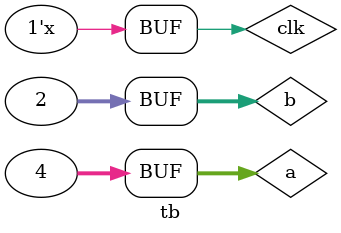
<source format=v>
module tb();


reg clk;
reg [31:0] a, b;
wire [31:0] q;

mul dut(
    .i_clk(clk),
    .i_a  (a),
    .i_b  (b),
    .o_q  (q)
);

initial begin
    clk = 0;
    a = 4;
    b = 2;
end

always
    #5 clk = !clk;


endmodule // tb
</source>
